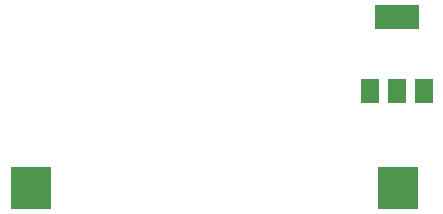
<source format=gbr>
%TF.GenerationSoftware,KiCad,Pcbnew,(6.0.0)*%
%TF.CreationDate,2022-03-24T17:20:39+00:00*%
%TF.ProjectId,Tracer,54726163-6572-42e6-9b69-6361645f7063,B*%
%TF.SameCoordinates,Original*%
%TF.FileFunction,Paste,Bot*%
%TF.FilePolarity,Positive*%
%FSLAX46Y46*%
G04 Gerber Fmt 4.6, Leading zero omitted, Abs format (unit mm)*
G04 Created by KiCad (PCBNEW (6.0.0)) date 2022-03-24 17:20:39*
%MOMM*%
%LPD*%
G01*
G04 APERTURE LIST*
%ADD10R,1.500000X2.000000*%
%ADD11R,3.800000X2.000000*%
%ADD12R,3.400000X3.600000*%
G04 APERTURE END LIST*
D10*
%TO.C,IC7*%
X164600000Y-88150000D03*
D11*
X162300000Y-81850000D03*
D10*
X162300000Y-88150000D03*
X160000000Y-88150000D03*
%TD*%
D12*
%TO.C,BT1*%
X162400000Y-96300000D03*
X131300000Y-96300000D03*
%TD*%
M02*

</source>
